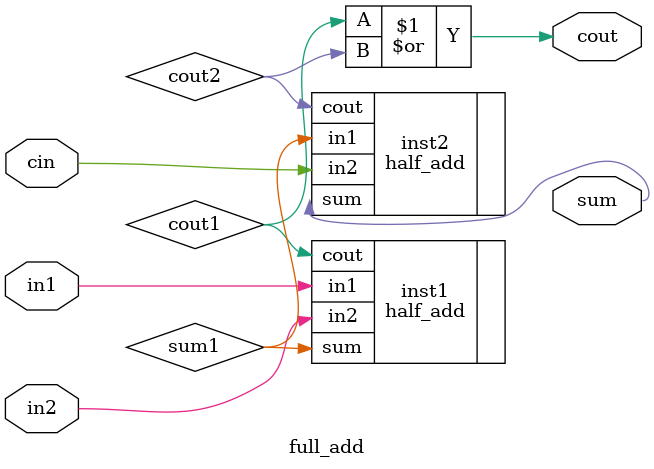
<source format=v>
module full_add(input in1,input in2,input cin,output   sum,output   cout);
    wire sum1;
    wire cout1;
    half_add inst1(.in1(in1),.in2(in2),.sum(sum1),.cout(cout1));
    wire cout2;
    half_add inst2(.in1(sum1),.in2(cin),.sum(sum),.cout(cout2));
    assign cout=cout1 | cout2;

endmodule
</source>
